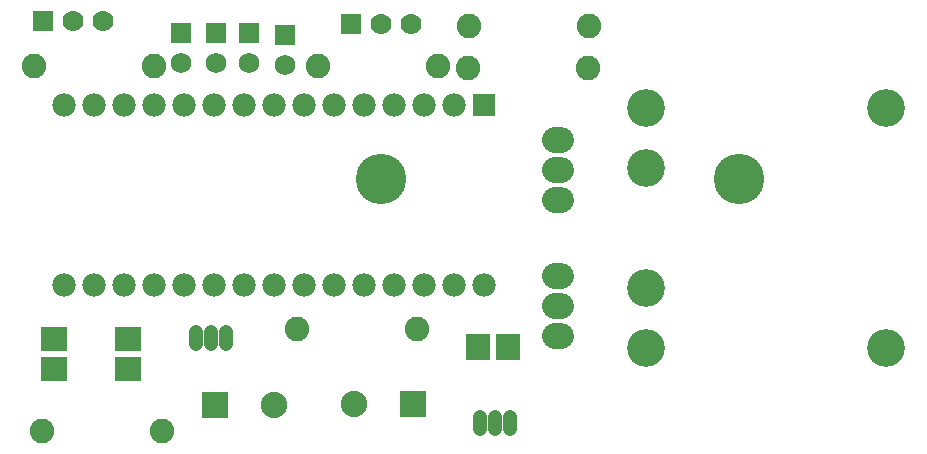
<source format=gbs>
G04 Layer: BottomSolderMaskLayer*
G04 EasyEDA v5.9.42, Mon, 25 Mar 2019 11:55:45 GMT*
G04 b1db4e5ec28044f985901455ebfe0152*
G04 Gerber Generator version 0.2*
G04 Scale: 100 percent, Rotated: No, Reflected: No *
G04 Dimensions in millimeters *
G04 leading zeros omitted , absolute positions ,3 integer and 3 decimal *
%FSLAX33Y33*%
%MOMM*%
G90*
G71D02*

%ADD14R,1.778000X1.778000*%
%ADD15C,1.778000*%
%ADD30C,2.235200*%
%ADD31C,1.203198*%
%ADD32R,1.981200X1.981200*%
%ADD33C,1.981200*%
%ADD34C,2.082800*%
%ADD35R,1.727200X1.727200*%
%ADD36C,1.727200*%
%ADD37R,2.203196X2.003196*%
%ADD38R,2.235200X2.235200*%
%ADD39R,2.003196X2.203196*%
%ADD40C,4.267200*%
%ADD41C,3.203194*%

%LPD*%
G54D30*
G01X46101Y24003D02*
G01X45593Y24003D01*
G01X46101Y21463D02*
G01X45593Y21463D01*
G01X46101Y26543D02*
G01X45593Y26543D01*
G01X46101Y12446D02*
G01X45593Y12446D01*
G01X46101Y9906D02*
G01X45593Y9906D01*
G01X46101Y14986D02*
G01X45593Y14986D01*
G54D31*
G01X15240Y10278D02*
G01X15240Y9279D01*
G01X16510Y10278D02*
G01X16510Y9279D01*
G01X17780Y10278D02*
G01X17780Y9279D01*
G01X39243Y3039D02*
G01X39243Y2040D01*
G01X40513Y3039D02*
G01X40513Y2040D01*
G01X41783Y3039D02*
G01X41783Y2040D01*
G54D32*
G01X39624Y29464D03*
G54D33*
G01X37084Y29464D03*
G01X34544Y29464D03*
G01X32004Y29464D03*
G01X29464Y29464D03*
G01X26924Y29464D03*
G01X24384Y29464D03*
G01X21844Y29464D03*
G01X19304Y29464D03*
G01X16764Y29464D03*
G01X14224Y29464D03*
G01X11684Y29464D03*
G01X9144Y29464D03*
G01X6604Y29464D03*
G01X4064Y29464D03*
G01X39624Y14224D03*
G01X37084Y14224D03*
G01X34544Y14224D03*
G01X32004Y14224D03*
G01X29464Y14224D03*
G01X26924Y14224D03*
G01X24384Y14224D03*
G01X21844Y14224D03*
G01X19304Y14224D03*
G01X16764Y14224D03*
G01X14224Y14224D03*
G01X11684Y14224D03*
G01X9144Y14224D03*
G01X6604Y14224D03*
G01X4064Y14224D03*
G54D34*
G01X2159Y1905D03*
G01X12319Y1905D03*
G01X38354Y36195D03*
G01X48514Y36195D03*
G01X38227Y32639D03*
G01X48387Y32639D03*
G01X23749Y10541D03*
G01X33909Y10541D03*
G01X1524Y32766D03*
G01X11684Y32766D03*
G54D35*
G01X22733Y35433D03*
G54D36*
G01X22733Y32893D03*
G54D35*
G01X19685Y35560D03*
G54D36*
G01X19685Y33020D03*
G54D35*
G01X16891Y35560D03*
G54D36*
G01X16891Y33020D03*
G54D35*
G01X13970Y35560D03*
G54D36*
G01X13970Y33020D03*
G54D15*
G01X7366Y36576D03*
G01X4826Y36576D03*
G54D14*
G01X2286Y36576D03*
G54D15*
G01X33401Y36322D03*
G01X30861Y36322D03*
G54D14*
G01X28321Y36322D03*
G54D37*
G01X9418Y7105D03*
G01X9418Y9645D03*
G54D34*
G01X25527Y32766D03*
G01X35687Y32766D03*
G54D37*
G01X3195Y7105D03*
G01X3195Y9645D03*
G54D41*
G01X73660Y29210D03*
G01X73660Y8890D03*
G01X53340Y24130D03*
G01X53340Y13970D03*
G01X53340Y29210D03*
G01X53340Y8890D03*
G54D38*
G01X16814Y4064D03*
G54D30*
G01X21793Y4064D03*
G54D38*
G01X33604Y4191D03*
G54D30*
G01X28625Y4191D03*
G54D39*
G01X39109Y8996D03*
G01X41649Y8996D03*
G54D40*
G01X30861Y23241D03*
G01X61214Y23241D03*
M00*
M02*

</source>
